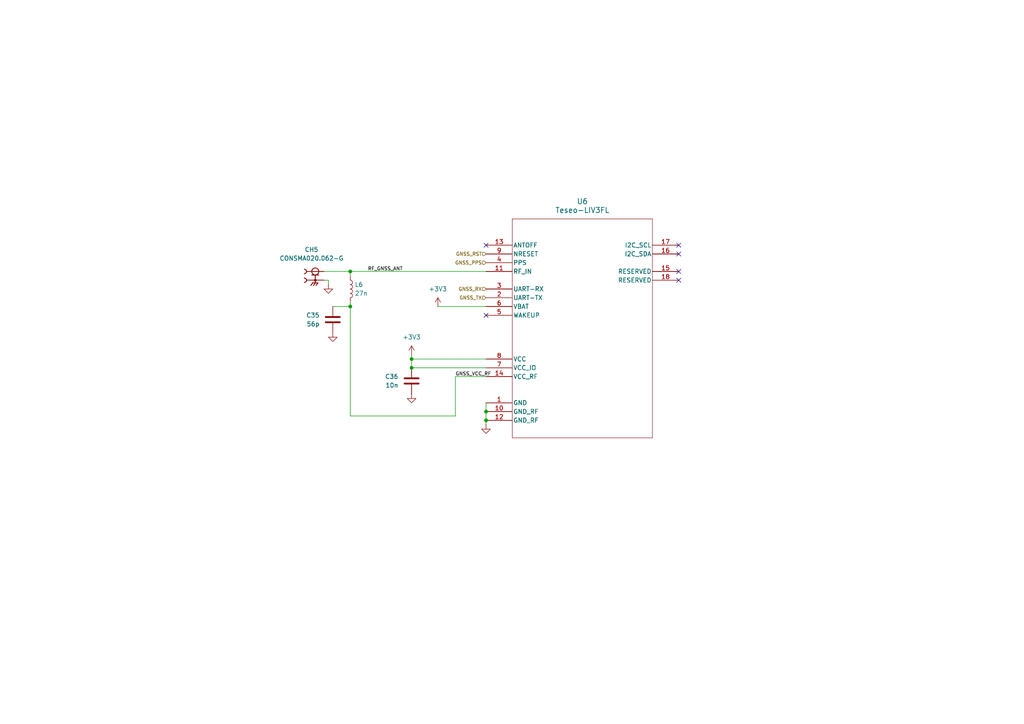
<source format=kicad_sch>
(kicad_sch (version 20250114) (generator "eeschema") (generator_version "9.0")
  (paper "A4")
  (lib_symbols
    (symbol "CONSMA020.062-G:CONSMA020.062-G" (pin_numbers (hide yes)) (pin_names (offset 1.016))
      (property "Reference" "J" (at -3.81 1.524 0))
      (property "Value" "CONSMA020.062-G" (at -4.064 -6.858 0))
      (symbol "CONSMA020.062-G_0_0"
        (arc (start -3.175 0.635) (mid -2.5427 0) (end -3.175 -0.635) (stroke (width 0.254)))
        (arc (start -3.175 -1.905) (mid -2.5427 -2.54) (end -3.175 -3.175) (stroke (width 0.254)))
        (polyline (pts (xy -1.016 -1.016) (xy 1.016 -1.016)) (stroke (width 0.254)))
        (polyline (pts (xy -0.762 -3.302) (xy -1.27 -4.064)) (stroke (width 0.254)))
        (circle (center 0 0) (radius 1.016) (stroke (width 0.254)))
        (polyline (pts (xy 0 -1.016) (xy 0 -3.302)) (stroke (width 0.254)))
        (circle (center 0 -2.54) (radius 0.254) (stroke (width 0.254)))
        (polyline (pts (xy 0 -3.302) (xy -0.508 -4.064)) (stroke (width 0.254)))
        (polyline (pts (xy 0.762 -3.302) (xy -0.762 -3.302)) (stroke (width 0.254)))
        (polyline (pts (xy 0.762 -3.302) (xy 0.254 -4.064)) (stroke (width 0.254)))
        (pin passive line (at 2.54 0 180) (length 5.08) (name "~") (number "1"))
        (pin passive line (at 2.54 -2.54 180) (length 5.08) (name "~") (number "S1"))
        (pin passive line (at 2.54 -2.54 180) (length 5.08) (name "~") (number "S2"))
        (pin passive line (at 2.54 -2.54 180) (length 5.08) (name "~") (number "S3"))
        (pin passive line (at 2.54 -2.54 180) (length 5.08) (name "~") (number "S4"))
      )
    )
    (symbol "Device:C" (pin_numbers (hide yes)) (pin_names (offset 0.254))
      (property "Reference" "C" (at 0.635 2.54 0))
      (property "Value" "C" (at 0.635 -2.54 0))
      (symbol "C_0_1"
        (polyline (pts (xy -2.032 0.762) (xy 2.032 0.762)) (stroke (width 0.508)))
        (polyline (pts (xy -2.032 -0.762) (xy 2.032 -0.762)) (stroke (width 0.508)))
      )
      (symbol "C_1_1"
        (pin passive line (at 0 3.81 270) (length 2.794) (name "~") (number "1"))
        (pin passive line (at 0 -3.81 90) (length 2.794) (name "~") (number "2"))
      )
    )
    (symbol "Device:L" (pin_numbers (hide yes)) (pin_names (offset 1.016) (hide yes))
      (property "Reference" "L" (at -1.27 0 90))
      (property "Value" "L" (at 1.905 0 90))
      (symbol "L_0_1"
        (arc (start 0 2.54) (mid 0.6323 1.905) (end 0 1.27))
        (arc (start 0 1.27) (mid 0.6323 0.635) (end 0 0))
        (arc (start 0 0) (mid 0.6323 -0.635) (end 0 -1.27))
        (arc (start 0 -1.27) (mid 0.6323 -1.905) (end 0 -2.54))
      )
      (symbol "L_1_1"
        (pin passive line (at 0 3.81 270) (length 1.27) (name "1") (number "1"))
        (pin passive line (at 0 -3.81 90) (length 1.27) (name "2") (number "2"))
      )
    )
    (symbol "GNSS Module:Teseo-LIV3FL" (pin_names (offset 0.254))
      (property "Reference" "U" (at 27.94 12.7 0))
      (property "Value" "Teseo-LIV3FL" (at 27.94 10.16 0))
      (symbol "Teseo-LIV3FL_0_1"
        (polyline (pts (xy 7.62 7.62) (xy 7.62 -55.88)) (stroke (width 0.127)))
        (polyline (pts (xy 7.62 -55.88) (xy 48.26 -55.88)) (stroke (width 0.127)))
        (polyline (pts (xy 48.26 7.62) (xy 7.62 7.62)) (stroke (width 0.127)))
        (polyline (pts (xy 48.26 -55.88) (xy 48.26 7.62)) (stroke (width 0.127)))
        (pin unspecified line (at 0 0 0) (length 7.62) (name "ANTOFF") (number "13"))
        (pin unspecified line (at 0 -2.54 0) (length 7.62) (name "NRESET") (number "9"))
        (pin unspecified line (at 0 -5.08 0) (length 7.62) (name "PPS") (number "4"))
        (pin unspecified line (at 0 -7.62 0) (length 7.62) (name "RF_IN") (number "11"))
        (pin bidirectional line (at 0 -12.7 0) (length 7.62) (name "UART-RX") (number "3"))
        (pin bidirectional line (at 0 -15.24 0) (length 7.62) (name "UART-TX") (number "2"))
        (pin unspecified line (at 0 -17.78 0) (length 7.62) (name "VBAT") (number "6"))
        (pin unspecified line (at 0 -20.32 0) (length 7.62) (name "WAKEUP") (number "5"))
        (pin power_in line (at 0 -33.02 0) (length 7.62) (name "VCC") (number "8"))
        (pin power_in line (at 0 -35.56 0) (length 7.62) (name "VCC_IO") (number "7"))
        (pin power_in line (at 0 -38.1 0) (length 7.62) (name "VCC_RF") (number "14"))
        (pin power_out line (at 0 -45.72 0) (length 7.62) (name "GND") (number "1"))
        (pin power_out line (at 0 -48.26 0) (length 7.62) (name "GND_RF") (number "10"))
        (pin power_out line (at 0 -50.8 0) (length 7.62) (name "GND_RF") (number "12"))
        (pin bidirectional line (at 55.88 0 180) (length 7.62) (name "I2C_SCL") (number "17"))
        (pin bidirectional line (at 55.88 -2.54 180) (length 7.62) (name "I2C_SDA") (number "16"))
        (pin unspecified line (at 55.88 -7.62 180) (length 7.62) (name "RESERVED") (number "15"))
        (pin unspecified line (at 55.88 -10.16 180) (length 7.62) (name "RESERVED") (number "18"))
      )
    )
    (symbol "power:+3V3" (power) (pin_numbers (hide yes)) (pin_names (offset 0) (hide yes))
      (property "Value" "+3V3" (at 0 3.556 0))
      (symbol "+3V3_0_1"
        (polyline (pts (xy -0.762 1.27) (xy 0 2.54)))
        (polyline (pts (xy 0 2.54) (xy 0.762 1.27)))
        (polyline (pts (xy 0 0) (xy 0 2.54)))
      )
      (symbol "+3V3_1_1"
        (pin power_in line (at 0 0 90) (length 0) (name "~") (number "1"))
      )
    )
    (symbol "power:GND" (power) (pin_numbers (hide yes)) (pin_names (offset 0) (hide yes))
      (property "Value" "GND" (at 0 -3.81 0))
      (symbol "GND_0_1"
        (polyline (pts (xy 0 0) (xy 0 -1.27) (xy 1.27 -1.27) (xy 0 -2.54) (xy -1.27 -1.27) (xy 0 -1.27)))
      )
      (symbol "GND_1_1"
        (pin power_in line (at 0 0 270) (length 0) (name "~") (number "1"))
      )
    )
  )
  (junction (at 140.97 119.38))
  (junction (at 119.38 104.14))
  (junction (at 101.6 78.74))
  (junction (at 140.97 121.92))
  (junction (at 119.38 106.68))
  (junction (at 101.6 88.9))
  (no_connect (at 196.85 73.66))
  (no_connect (at 140.97 71.12))
  (no_connect (at 140.97 91.44))
  (no_connect (at 196.85 71.12))
  (no_connect (at 196.85 78.74))
  (no_connect (at 196.85 81.28))
  (wire (pts (xy 93.98 78.74) (xy 101.6 78.74)))
  (wire (pts (xy 119.38 104.14) (xy 119.38 106.68)))
  (wire (pts (xy 140.97 121.92) (xy 140.97 123.19)))
  (wire (pts (xy 101.6 78.74) (xy 140.97 78.74)))
  (wire (pts (xy 119.38 106.68) (xy 140.97 106.68)))
  (wire (pts (xy 132.08 109.22) (xy 140.97 109.22)))
  (wire (pts (xy 140.97 119.38) (xy 140.97 121.92)))
  (wire (pts (xy 93.98 81.28) (xy 95.25 81.28)))
  (wire (pts (xy 132.08 109.22) (xy 132.08 120.65)))
  (wire (pts (xy 101.6 78.74) (xy 101.6 80.01)))
  (wire (pts (xy 132.08 120.65) (xy 101.6 120.65)))
  (wire (pts (xy 140.97 116.84) (xy 140.97 119.38)))
  (wire (pts (xy 127 88.9) (xy 140.97 88.9)))
  (wire (pts (xy 119.38 102.87) (xy 119.38 104.14)))
  (wire (pts (xy 119.38 104.14) (xy 140.97 104.14)))
  (wire (pts (xy 101.6 88.9) (xy 101.6 120.65)))
  (wire (pts (xy 101.6 87.63) (xy 101.6 88.9)))
  (wire (pts (xy 95.25 81.28) (xy 95.25 82.55)))
  (wire (pts (xy 96.52 88.9) (xy 101.6 88.9)))
  (label "GNSS_VCC_RF" (at 132.08 109.22 0) (effects (font (size 1 1))))
  (label "RF_GNSS_ANT" (at 116.84 78.74 180) (effects (font (size 1 1))))
  (hierarchical_label "GNSS_PPS" (shape input) (at 140.97 76.2 180) (effects (font (size 1 1))))
  (hierarchical_label "GNSS_RST" (shape input) (at 140.97 73.66 180) (effects (font (size 1 1))))
  (hierarchical_label "GNSS_TX" (shape input) (at 140.97 86.36 180) (effects (font (size 1 1))))
  (hierarchical_label "GNSS_RX" (shape input) (at 140.97 83.82 180) (effects (font (size 1 1))))
  (symbol (lib_id "power:GND") (at 95.25 82.55 0) (mirror y) (unit 1)
    (property "Reference" "#PWR052" (effects (hide yes)))
    (property "Value" "GND" (effects (hide yes)))
    (property "Description" "Power symbol creates a global label with name \"GND\" , ground" (effects (hide yes)))
  )
  (symbol (lib_id "Device:L") (at 101.6 83.82 0) (unit 1)
    (property "Reference" "L6" (at 102.87 82.5499 0) (effects (justify left)))
    (property "Value" "27n" (at 102.87 85.0899 0) (effects (justify left)))
    (property "Footprint" "Inductor_SMD:L_0402_1005Metric" (effects (hide yes)))
    (property "Datasheet" "LQG15HS27NJ02D" (effects (hide yes)))
    (property "Description" "Inductor" (effects (hide yes)))
  )
  (symbol (lib_id "power:GND") (at 119.38 114.3 0) (unit 1)
    (property "Reference" "#PWR055" (effects (hide yes)))
    (property "Value" "GND" (effects (hide yes)))
    (property "Description" "Power symbol creates a global label with name \"GND\" , ground" (effects (hide yes)))
  )
  (symbol (lib_id "power:GND") (at 140.97 123.19 0) (unit 1)
    (property "Reference" "#PWR057" (effects (hide yes)))
    (property "Value" "GND" (effects (hide yes)))
    (property "Description" "Power symbol creates a global label with name \"GND\" , ground" (effects (hide yes)))
  )
  (symbol (lib_id "power:+3V3") (at 127 88.9 0) (unit 1)
    (property "Reference" "#PWR056" (effects (hide yes)))
    (property "Value" "+3V3" (at 127 83.82 0))
    (property "Description" "Power symbol creates a global label with name \"+3V3\"" (effects (hide yes)))
  )
  (symbol (lib_id "power:GND") (at 96.52 96.52 0) (unit 1)
    (property "Reference" "#PWR053" (effects (hide yes)))
    (property "Value" "GND" (effects (hide yes)))
    (property "Description" "Power symbol creates a global label with name \"GND\" , ground" (effects (hide yes)))
  )
  (symbol (lib_id "Device:C") (at 119.38 110.49 0) (mirror y) (unit 1)
    (property "Reference" "C36" (at 115.57 109.2199 0) (effects (justify left)))
    (property "Value" "10n" (at 115.57 111.7599 0) (effects (justify left)))
    (property "Footprint" "Capacitor_SMD:C_0402_1005Metric" (effects (hide yes)))
    (property "Datasheet" "GRM155R71H103KA88D" (effects (hide yes)))
    (property "Description" "Unpolarized capacitor" (effects (hide yes)))
  )
  (symbol (lib_id "GNSS Module:Teseo-LIV3FL") (at 140.97 71.12 0) (unit 1)
    (property "Reference" "U6" (at 168.91 58.42 0) (effects (font (size 1.524 1.524))))
    (property "Value" "Teseo-LIV3FL" (at 168.91 60.96 0) (effects (font (size 1.524 1.524))))
    (property "Footprint" "project_lib:LIV3FL_STM" (effects (hide yes)))
    (property "Datasheet" "Teseo-LIV3FL" (effects (hide yes)))
  )
  (symbol (lib_id "power:+3V3") (at 119.38 102.87 0) (unit 1)
    (property "Reference" "#PWR054" (effects (hide yes)))
    (property "Value" "+3V3" (at 119.38 97.79 0))
    (property "Description" "Power symbol creates a global label with name \"+3V3\"" (effects (hide yes)))
  )
  (symbol (lib_id "Device:C") (at 96.52 92.71 0) (mirror y) (unit 1)
    (property "Reference" "C35" (at 92.71 91.4399 0) (effects (justify left)))
    (property "Value" "56p" (at 92.71 93.9799 0) (effects (justify left)))
    (property "Footprint" "Capacitor_SMD:C_0402_1005Metric" (effects (hide yes)))
    (property "Datasheet" "GRM1555C1H560GA01D" (effects (hide yes)))
    (property "Description" "GRM0335C1H560GA01" (effects (hide yes)))
  )
  (symbol (lib_id "CONSMA020.062-G:CONSMA020.062-G") (at 91.44 78.74 0) (unit 1)
    (property "Reference" "CH5" (at 90.3605 72.39 0))
    (property "Value" "CONSMA020.062-G" (at 90.3605 74.93 0))
    (property "Footprint" "project_lib:LINX_CONSMA020.062-G" (effects (hide yes)))
    (property "Datasheet" "CONSMA020.062-G" (effects (hide yes)))
    (property "SnapEDA_Link" "https://www.snapeda.com/parts/CONSMA020.062-G/Linx/view-part/?ref=snap" (effects (hide yes)))
    (property "Check_prices" "https://www.snapeda.com/parts/CONSMA020.062-G/Linx/view-part/?ref=eda" (effects (hide yes)))
    (property "Package" "None" (effects (hide yes)))
    (property "Price" "None" (effects (hide yes)))
    (property "MF" "Linx Technologies" (effects (hide yes)))
    (property "MP" "CONSMA020.062-G" (effects (hide yes)))
    (property "Purchase-URL" "https://www.snapeda.com/api/url_track_click_mouser/?unipart_id=4834989&manufacturer=Linx Technologies&part_name=CONSMA020.062-G&search_term=None" (effects (hide yes)))
    (property "Availability" "In Stock" (effects (hide yes)))
    (property "Description_1" "SMA Jack 50 Ohm .062 PCB Edge Mount" (effects (hide yes)))
  )
)
</source>
